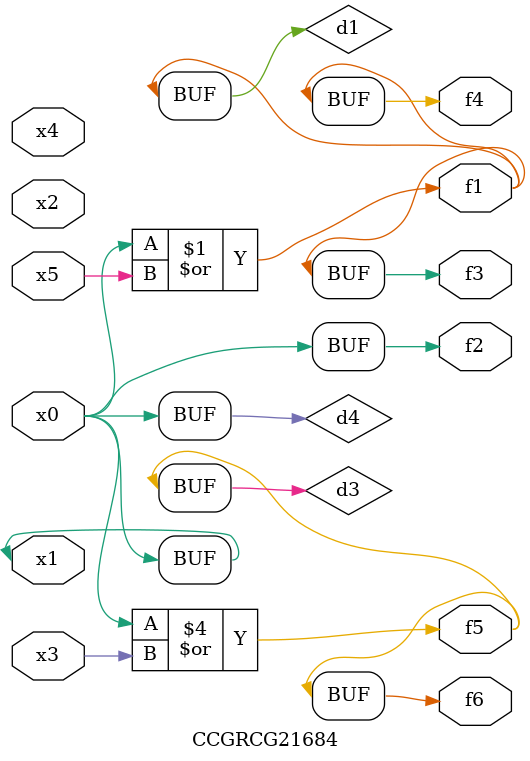
<source format=v>
module CCGRCG21684(
	input x0, x1, x2, x3, x4, x5,
	output f1, f2, f3, f4, f5, f6
);

	wire d1, d2, d3, d4;

	or (d1, x0, x5);
	xnor (d2, x1, x4);
	or (d3, x0, x3);
	buf (d4, x0, x1);
	assign f1 = d1;
	assign f2 = d4;
	assign f3 = d1;
	assign f4 = d1;
	assign f5 = d3;
	assign f6 = d3;
endmodule

</source>
